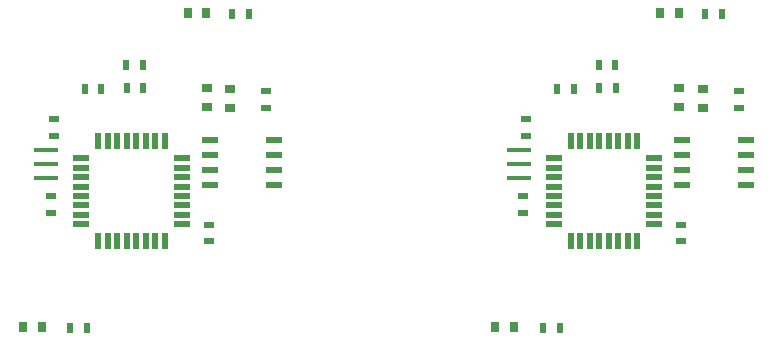
<source format=gbr>
G04 EasyPC Gerber Version 21.0.3 Build 4286 *
G04 #@! TF.Part,Single*
G04 #@! TF.FileFunction,Paste,Top *
G04 #@! TF.FilePolarity,Positive *
%FSLAX45Y45*%
%MOIN*%
G04 #@! TA.AperFunction,SMDPad*
%ADD134R,0.01962X0.05407*%
%ADD131R,0.02159X0.03537*%
%ADD135R,0.02946X0.03340*%
%ADD136R,0.07868X0.01175*%
%ADD133R,0.05407X0.01962*%
%ADD130R,0.03537X0.02159*%
%ADD129R,0.05506X0.02159*%
%ADD132R,0.03340X0.02946*%
X0Y0D02*
D02*
D129*
X124626Y70872D03*
Y75872D03*
Y80872D03*
Y85872D03*
X145885Y70872D03*
Y75872D03*
Y80872D03*
Y85872D03*
X282106Y70872D03*
Y75872D03*
Y80872D03*
Y85872D03*
X303366Y70872D03*
Y75872D03*
Y80872D03*
Y85872D03*
D02*
D130*
X71606Y61395D03*
Y66946D03*
X72455Y87159D03*
Y92711D03*
X124148Y51983D03*
Y57534D03*
X143400Y96510D03*
Y102061D03*
X229086Y61395D03*
Y66946D03*
X229935Y87159D03*
Y92711D03*
X281628Y51983D03*
Y57534D03*
X300880Y96510D03*
Y102061D03*
D02*
D131*
X78094Y23209D03*
X82839Y102839D03*
X83646Y23209D03*
X88390Y102839D03*
X96657Y110663D03*
X96864Y103173D03*
X102209Y110663D03*
X102415Y103173D03*
X132081Y127770D03*
X137632D03*
X235575Y23209D03*
X240319Y102839D03*
X241126Y23209D03*
X245870Y102839D03*
X254138Y110663D03*
X254344Y103173D03*
X259689Y110663D03*
X259896Y103173D03*
X289561Y127770D03*
X295112D03*
D02*
D132*
X123587Y96608D03*
Y102907D03*
X131303Y96510D03*
Y102809D03*
X281067Y96608D03*
Y102907D03*
X288783Y96510D03*
Y102809D03*
D02*
D133*
X81754Y57614D03*
Y60763D03*
Y63913D03*
Y67063D03*
Y70212D03*
Y73362D03*
Y76511D03*
Y79661D03*
X115124Y57614D03*
Y60763D03*
Y63913D03*
Y67063D03*
Y70212D03*
Y73362D03*
Y76511D03*
Y79661D03*
X239234Y57614D03*
Y60763D03*
Y63913D03*
Y67063D03*
Y70212D03*
Y73362D03*
Y76511D03*
Y79661D03*
X272604Y57614D03*
Y60763D03*
Y63913D03*
Y67063D03*
Y70212D03*
Y73362D03*
Y76511D03*
Y79661D03*
D02*
D134*
X87415Y51952D03*
Y85322D03*
X90565Y51952D03*
Y85322D03*
X93714Y51952D03*
Y85322D03*
X96864Y51952D03*
Y85322D03*
X100013Y51952D03*
Y85322D03*
X103163Y51952D03*
Y85322D03*
X106313Y51952D03*
Y85322D03*
X109462Y51952D03*
Y85322D03*
X244895Y51952D03*
Y85322D03*
X248045Y51952D03*
Y85322D03*
X251194Y51952D03*
Y85322D03*
X254344Y51952D03*
Y85322D03*
X257494Y51952D03*
Y85322D03*
X260643Y51952D03*
Y85322D03*
X263793Y51952D03*
Y85322D03*
X266943Y51952D03*
Y85322D03*
D02*
D135*
X62219Y23334D03*
X68518D03*
X117130Y127947D03*
X123429D03*
X219699Y23334D03*
X225998D03*
X274610Y127947D03*
X280909D03*
D02*
D136*
X69994Y72927D03*
Y77652D03*
Y82376D03*
X227474Y72927D03*
Y77652D03*
Y82376D03*
X0Y0D02*
M02*

</source>
